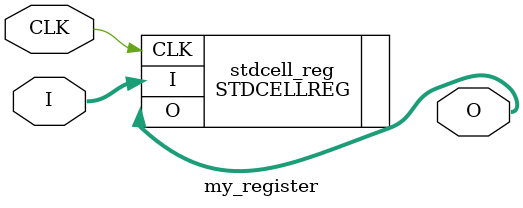
<source format=v>
module my_register_synthesis (
    input [15:0] I,
    output [15:0] O,
    input CLK
);
STDCELLREG stdcell_reg (
    .I(I),
    .O(O),
    .CLK(CLK)
);
endmodule

module my_register (
    input [15:0] I,
    output [15:0] O,
    input CLK
);
STDCELLREG stdcell_reg (
    .I(I),
    .O(O),
    .CLK(CLK)
);

endmodule


</source>
